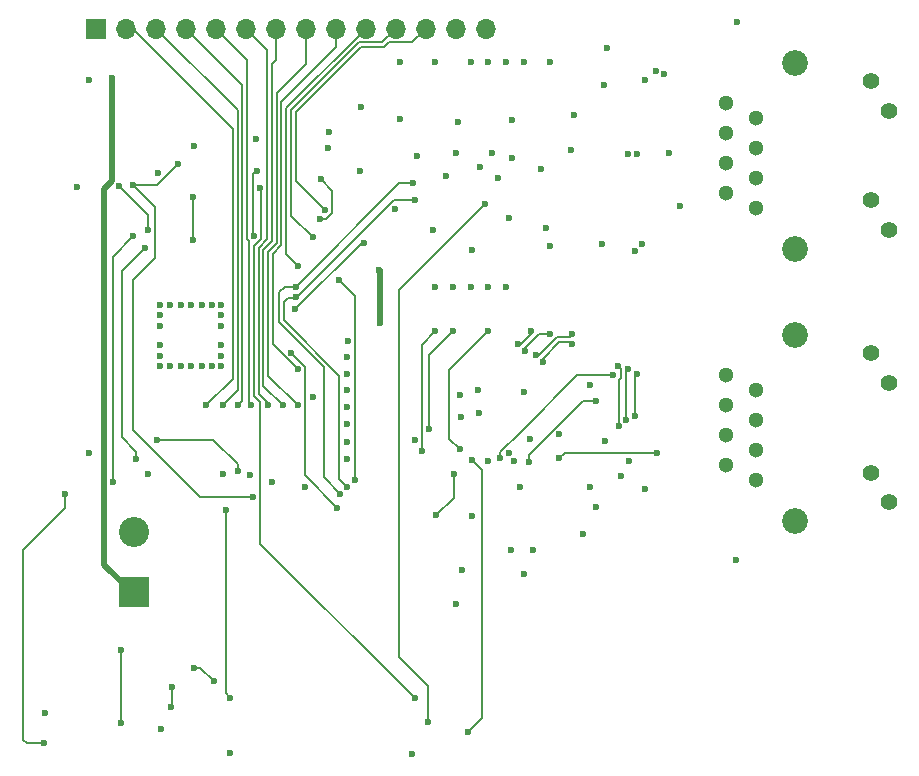
<source format=gbr>
%TF.GenerationSoftware,KiCad,Pcbnew,8.0.0*%
%TF.CreationDate,2024-03-19T13:56:09-04:00*%
%TF.ProjectId,Ethernet_Dev_Board,45746865-726e-4657-945f-4465765f426f,rev?*%
%TF.SameCoordinates,Original*%
%TF.FileFunction,Copper,L2,Inr*%
%TF.FilePolarity,Positive*%
%FSLAX46Y46*%
G04 Gerber Fmt 4.6, Leading zero omitted, Abs format (unit mm)*
G04 Created by KiCad (PCBNEW 8.0.0) date 2024-03-19 13:56:09*
%MOMM*%
%LPD*%
G01*
G04 APERTURE LIST*
%TA.AperFunction,ComponentPad*%
%ADD10R,1.700000X1.700000*%
%TD*%
%TA.AperFunction,ComponentPad*%
%ADD11O,1.700000X1.700000*%
%TD*%
%TA.AperFunction,ComponentPad*%
%ADD12R,2.550000X2.550000*%
%TD*%
%TA.AperFunction,ComponentPad*%
%ADD13C,2.550000*%
%TD*%
%TA.AperFunction,ComponentPad*%
%ADD14C,1.408000*%
%TD*%
%TA.AperFunction,ComponentPad*%
%ADD15C,1.300000*%
%TD*%
%TA.AperFunction,ComponentPad*%
%ADD16C,2.184000*%
%TD*%
%TA.AperFunction,ViaPad*%
%ADD17C,0.600000*%
%TD*%
%TA.AperFunction,Conductor*%
%ADD18C,0.508000*%
%TD*%
%TA.AperFunction,Conductor*%
%ADD19C,0.200000*%
%TD*%
G04 APERTURE END LIST*
D10*
%TO.N,+3.3V*%
%TO.C,J402*%
X84790000Y-47500000D03*
D11*
%TO.N,IO32*%
X87330000Y-47500000D03*
%TO.N,IO33*%
X89870000Y-47500000D03*
%TO.N,IO25*%
X92410000Y-47500000D03*
%TO.N,IO26*%
X94950000Y-47500000D03*
%TO.N,IO27*%
X97490000Y-47500000D03*
%TO.N,IO14*%
X100030000Y-47500000D03*
%TO.N,IO12*%
X102570000Y-47500000D03*
%TO.N,IO3*%
X105110000Y-47500000D03*
%TO.N,IO15*%
X107650000Y-47500000D03*
%TO.N,IO2*%
X110190000Y-47500000D03*
%TO.N,IO5*%
X112730000Y-47500000D03*
%TO.N,GND1*%
X115270000Y-47500000D03*
X117810000Y-47500000D03*
%TD*%
D12*
%TO.N,+5V*%
%TO.C,J101*%
X87970000Y-95210000D03*
D13*
%TO.N,GND1*%
X87970000Y-90130000D03*
%TD*%
D14*
%TO.N,unconnected-(J301-PadL1)*%
%TO.C,J301*%
X150412000Y-51924000D03*
%TO.N,unconnected-(J301-PadL2)*%
X151932000Y-54466000D03*
%TO.N,unconnected-(J301-PadL3)*%
X150412000Y-62036000D03*
%TO.N,unconnected-(J301-PadL4)*%
X151932000Y-64574000D03*
D15*
%TO.N,/W5100S_Dev/TX51_P*%
X140684000Y-62695000D03*
%TO.N,/W5100S_Dev/TX51_N*%
X138144000Y-61425000D03*
%TO.N,+3.3VA2*%
X140684000Y-60155000D03*
%TO.N,unconnected-(J301-PadR4)*%
X138144000Y-58885000D03*
%TO.N,unconnected-(J301-PadR5)*%
X140684000Y-57615000D03*
%TO.N,unconnected-(J301-PadR6)*%
X138144000Y-56345000D03*
%TO.N,/W5100S_Dev/RX51_P*%
X140684000Y-55075000D03*
%TO.N,/W5100S_Dev/RX51_N*%
X138144000Y-53805000D03*
D16*
%TO.N,Net-(C306-Pad1)*%
X143984000Y-66125000D03*
X143984000Y-50375000D03*
%TD*%
D14*
%TO.N,unconnected-(J201-PadL1)*%
%TO.C,J201*%
X150412000Y-74959000D03*
%TO.N,unconnected-(J201-PadL2)*%
X151932000Y-77501000D03*
%TO.N,unconnected-(J201-PadL3)*%
X150412000Y-85071000D03*
%TO.N,unconnected-(J201-PadL4)*%
X151932000Y-87609000D03*
D15*
%TO.N,/W5500_Dev/RD+*%
X140684000Y-85730000D03*
%TO.N,/W5500_Dev/RD-*%
X138144000Y-84460000D03*
%TO.N,Net-(J201-CT)*%
X140684000Y-83190000D03*
%TO.N,unconnected-(J201-PadR4)*%
X138144000Y-81920000D03*
%TO.N,unconnected-(J201-PadR5)*%
X140684000Y-80650000D03*
%TO.N,unconnected-(J201-PadR6)*%
X138144000Y-79380000D03*
%TO.N,TX_P*%
X140684000Y-78110000D03*
%TO.N,TX_N*%
X138144000Y-76840000D03*
D16*
%TO.N,Net-(C208-Pad1)*%
X143984000Y-89160000D03*
X143984000Y-73410000D03*
%TD*%
D17*
%TO.N,+5V*%
X86106000Y-51689000D03*
%TO.N,GND1*%
X122900000Y-64400000D03*
X125000000Y-57800000D03*
X127100000Y-88000000D03*
X116586000Y-88773000D03*
X83200000Y-60900000D03*
X139100000Y-46900000D03*
X90170000Y-71755000D03*
X104400000Y-57600000D03*
X106000000Y-81000000D03*
X118300000Y-58000000D03*
X103200000Y-78700000D03*
X95377000Y-70866000D03*
X113500000Y-69342000D03*
X95377000Y-74295000D03*
X115000000Y-69342000D03*
X90170000Y-72644000D03*
X134200000Y-62500000D03*
X115272663Y-58027337D03*
X115697000Y-80391000D03*
X127800000Y-52300000D03*
X120000000Y-58400000D03*
X90170000Y-76073000D03*
X95377000Y-75184000D03*
X106089000Y-73900000D03*
X96100000Y-108800000D03*
X106000000Y-79500000D03*
X90170000Y-74295000D03*
X110500000Y-50300000D03*
X106000000Y-76700000D03*
X123200000Y-50300000D03*
X116500000Y-69342000D03*
X93726000Y-70866000D03*
X106000000Y-83900000D03*
X102500000Y-86300000D03*
X107150000Y-59563000D03*
X139000000Y-92500000D03*
X94615000Y-76073000D03*
X127600000Y-65700000D03*
X94615000Y-70866000D03*
X84200000Y-51800000D03*
X121031000Y-78232000D03*
X119500000Y-50300000D03*
X131300000Y-51800000D03*
X80500000Y-105400000D03*
X116500000Y-50300000D03*
X121000000Y-93700000D03*
X95377000Y-71755000D03*
X99697600Y-85900000D03*
X91059000Y-76073000D03*
X107200000Y-54100000D03*
X95500000Y-85200000D03*
X119900000Y-91600000D03*
X117948878Y-84097486D03*
X93100000Y-57400000D03*
X106000000Y-82500000D03*
X132200000Y-51100000D03*
X115300000Y-96200000D03*
X113500000Y-50300000D03*
X84201000Y-83439000D03*
X93726000Y-76073000D03*
X118000000Y-50300000D03*
X90170000Y-75184000D03*
X91948000Y-70866000D03*
X119500000Y-69342000D03*
X127900000Y-82400000D03*
X106000000Y-78100000D03*
X91059000Y-70866000D03*
X95377000Y-72644000D03*
X118000000Y-69342000D03*
X92837000Y-76073000D03*
X106000000Y-75300000D03*
X92837000Y-70866000D03*
X111500000Y-108900000D03*
X133300000Y-58000000D03*
X116600000Y-66200000D03*
X97800000Y-85300000D03*
X121800000Y-91600000D03*
X112000000Y-58300000D03*
X132900000Y-51300000D03*
X125300000Y-54800000D03*
X128016000Y-49149000D03*
X91948000Y-76073000D03*
X90170000Y-70866000D03*
X89200000Y-85200000D03*
X115600000Y-78500000D03*
X117100000Y-78100000D03*
X95377000Y-76073000D03*
X115800000Y-93300000D03*
X121000000Y-50300000D03*
%TO.N,+3.3VA*%
X108800000Y-72400000D03*
X108750000Y-67900000D03*
X111760000Y-82296000D03*
X126600000Y-86300000D03*
%TO.N,+3.3VD*%
X117200000Y-80000000D03*
X126600000Y-77700000D03*
%TO.N,+3.3V*%
X118800000Y-60150000D03*
X110109000Y-62738000D03*
%TO.N,Net-(U201B-TOCAP)*%
X113000000Y-81400000D03*
X115000000Y-73100000D03*
%TO.N,Net-(U201B-1V20)*%
X113500000Y-73100000D03*
X112350000Y-83250000D03*
%TO.N,Net-(J201-CT)*%
X131300000Y-86500000D03*
%TO.N,+1.2VA*%
X117300000Y-59200000D03*
X110500000Y-55100000D03*
%TO.N,+1.2VD*%
X115443000Y-55372000D03*
X120015000Y-55245000D03*
%TO.N,IO0*%
X98679000Y-60960000D03*
X111760000Y-104140000D03*
%TO.N,RST*%
X91694000Y-58928000D03*
X98044000Y-87122000D03*
X87884000Y-60706000D03*
%TO.N,TX*%
X86741000Y-60833000D03*
X89154000Y-64516000D03*
%TO.N,Net-(U201C-ACTLED)*%
X116300000Y-107000000D03*
X90300000Y-106800000D03*
X116600000Y-84000000D03*
%TO.N,Net-(LED201-PadA)*%
X91186000Y-103251000D03*
X91167000Y-104883000D03*
%TO.N,Net-(Q201-G)*%
X113600000Y-88700000D03*
X126000000Y-90300000D03*
X115100000Y-85200000D03*
%TO.N,Net-(Q201-D)*%
X93091000Y-101600000D03*
X94742000Y-102743000D03*
%TO.N,Net-(U402-IO16)*%
X98425000Y-59563000D03*
X98171000Y-65029000D03*
%TO.N,Net-(U402-IO22)*%
X86233000Y-85852000D03*
X87950000Y-65050000D03*
%TO.N,Net-(U201B-RSVD)*%
X115600000Y-83100000D03*
X118000000Y-73100000D03*
%TO.N,Net-(R205-2)*%
X130429000Y-80264000D03*
X130600000Y-76700000D03*
%TO.N,Net-(R205-4)*%
X129032000Y-81153000D03*
X128950000Y-76050000D03*
%TO.N,Net-(R202-5)*%
X124000000Y-81850000D03*
X129900000Y-84100000D03*
%TO.N,Net-(R202-4)*%
X121500000Y-82200000D03*
X129200000Y-85400000D03*
%TO.N,Net-(R205-3)*%
X129667000Y-80645000D03*
X129800000Y-76300000D03*
%TO.N,INT*%
X121416841Y-84183159D03*
X127100000Y-79000000D03*
%TO.N,SS*%
X103800000Y-60200000D03*
X119000000Y-83800000D03*
X103759000Y-63627000D03*
X128600000Y-76800000D03*
X114427000Y-59944000D03*
X105354000Y-68800000D03*
X106700000Y-85700000D03*
%TO.N,Net-(U301-RSET_BG)*%
X123200000Y-65900000D03*
X122500000Y-59400000D03*
%TO.N,Net-(U301-ACTn)*%
X86886742Y-106313258D03*
X117750000Y-62300000D03*
X112900000Y-106200000D03*
X86900000Y-100100000D03*
%TO.N,SCK*%
X105458000Y-86850000D03*
X119756239Y-83434358D03*
X111633000Y-60579000D03*
X101727000Y-69342000D03*
%TO.N,MISO*%
X106018329Y-86279005D03*
X101750000Y-70231000D03*
X120200000Y-84100000D03*
X111760000Y-61976000D03*
%TO.N,MOSI*%
X101337765Y-74962235D03*
X113284000Y-64516000D03*
X101650000Y-71250000D03*
X105226391Y-88039713D03*
X107500000Y-65600000D03*
X120700000Y-86300000D03*
%TO.N,ETH_EN*%
X124024265Y-83875735D03*
X119761000Y-63500000D03*
X104546000Y-56200000D03*
X132300000Y-83400000D03*
%TO.N,ETH_RST*%
X90043000Y-59690000D03*
X98300000Y-56800000D03*
%TO.N,EN*%
X89916000Y-82296000D03*
X96774000Y-84963000D03*
%TO.N,IO14*%
X100584000Y-79375000D03*
%TO.N,IO12*%
X101854000Y-79375000D03*
%TO.N,IO32*%
X94107000Y-79375000D03*
%TO.N,IO33*%
X95504000Y-79375000D03*
%TO.N,IO5*%
X104196000Y-62865000D03*
%TO.N,IO2*%
X103124000Y-65151000D03*
%TO.N,IO26*%
X97925000Y-79375000D03*
%TO.N,IO3*%
X101854000Y-76327000D03*
%TO.N,IO25*%
X96774000Y-79375000D03*
%TO.N,IO27*%
X99314000Y-79375000D03*
%TO.N,Net-(U402-IO17)*%
X92964000Y-61722000D03*
X88900000Y-66040000D03*
X93000000Y-65400000D03*
X82199265Y-86849265D03*
X80400000Y-108000000D03*
X88200000Y-83900000D03*
%TO.N,IO15*%
X101854000Y-67564000D03*
%TO.N,RX_P*%
X120499479Y-74199479D03*
X121649479Y-73049479D03*
%TO.N,RX_N*%
X123191636Y-73341636D03*
X121100521Y-74800521D03*
%TO.N,TX_N*%
X125100000Y-74225000D03*
X122600521Y-75700521D03*
%TO.N,TX_P*%
X121999479Y-75099479D03*
X125100000Y-73375000D03*
%TO.N,/W5100S_Dev/TX51_N*%
X130399479Y-66300521D03*
%TO.N,/W5100S_Dev/TX51_P*%
X131000521Y-65699479D03*
%TO.N,/W5100S_Dev/RX51_N*%
X130625000Y-58074998D03*
%TO.N,/W5100S_Dev/RX51_P*%
X129823655Y-58104876D03*
%TO.N,/ESP32/ESP_RST*%
X96139000Y-104140000D03*
X95758000Y-88265000D03*
%TD*%
D18*
%TO.N,+5V*%
X87810000Y-95210000D02*
X85479000Y-92879000D01*
X86100000Y-60407682D02*
X86100000Y-51695000D01*
X85479000Y-61028682D02*
X86100000Y-60407682D01*
X85479000Y-92879000D02*
X85479000Y-61028682D01*
%TO.N,+3.3VA*%
X108750000Y-67900000D02*
X108800000Y-67950000D01*
X108800000Y-67950000D02*
X108800000Y-72400000D01*
D19*
%TO.N,Net-(U201B-TOCAP)*%
X113000000Y-75100000D02*
X115000000Y-73100000D01*
X113000000Y-81400000D02*
X113000000Y-75100000D01*
%TO.N,Net-(U201B-1V20)*%
X112360000Y-83240000D02*
X112360000Y-74240000D01*
X112360000Y-74240000D02*
X113500000Y-73100000D01*
X112350000Y-83250000D02*
X112360000Y-83240000D01*
%TO.N,IO0*%
X98714000Y-79126470D02*
X98714000Y-91094000D01*
X98150000Y-65898529D02*
X98150000Y-78562470D01*
X98150000Y-78562470D02*
X98714000Y-79126470D01*
X98714000Y-91094000D02*
X111760000Y-104140000D01*
X98771000Y-61052000D02*
X98771000Y-65277529D01*
X98771000Y-65277529D02*
X98150000Y-65898529D01*
%TO.N,RST*%
X93622000Y-87122000D02*
X98044000Y-87122000D01*
X89754000Y-66946000D02*
X87950000Y-68750000D01*
X89916000Y-60706000D02*
X87884000Y-60706000D01*
X89754000Y-62576000D02*
X89754000Y-66946000D01*
X87884000Y-60706000D02*
X89754000Y-62576000D01*
X87950000Y-81450000D02*
X93622000Y-87122000D01*
X91694000Y-58928000D02*
X89916000Y-60706000D01*
X87950000Y-68750000D02*
X87950000Y-81450000D01*
%TO.N,TX*%
X89154000Y-63246000D02*
X89154000Y-64516000D01*
X86741000Y-60833000D02*
X89154000Y-63246000D01*
%TO.N,Net-(U201C-ACTLED)*%
X117450000Y-84850000D02*
X117450000Y-105850000D01*
X117450000Y-105850000D02*
X116300000Y-107000000D01*
X116600000Y-84000000D02*
X117450000Y-84850000D01*
%TO.N,Net-(LED201-PadA)*%
X91186000Y-103251000D02*
X91186000Y-104864000D01*
%TO.N,Net-(Q201-G)*%
X115100000Y-85200000D02*
X115100000Y-87200000D01*
X115100000Y-87200000D02*
X113600000Y-88700000D01*
%TO.N,Net-(Q201-D)*%
X93091000Y-101600000D02*
X93599000Y-101600000D01*
X93599000Y-101600000D02*
X94742000Y-102743000D01*
%TO.N,Net-(U402-IO16)*%
X98079000Y-59821000D02*
X98337000Y-59563000D01*
X98079000Y-64937000D02*
X98079000Y-59821000D01*
%TO.N,Net-(U402-IO22)*%
X86200000Y-85819000D02*
X86200000Y-66800000D01*
X86200000Y-66800000D02*
X87950000Y-65050000D01*
%TO.N,Net-(U201B-RSVD)*%
X114700000Y-76400000D02*
X118000000Y-73100000D01*
X114700000Y-82200000D02*
X114700000Y-76400000D01*
X115600000Y-83100000D02*
X114700000Y-82200000D01*
%TO.N,Net-(R205-2)*%
X130429000Y-76871000D02*
X130600000Y-76700000D01*
X130429000Y-80264000D02*
X130429000Y-76871000D01*
%TO.N,Net-(R205-4)*%
X129032000Y-77216529D02*
X129032000Y-81153000D01*
X128950000Y-76050000D02*
X129200000Y-76300000D01*
X129200000Y-76300000D02*
X129200000Y-77048529D01*
X129200000Y-77048529D02*
X129032000Y-77216529D01*
%TO.N,Net-(R205-3)*%
X129667000Y-80645000D02*
X129667000Y-76433000D01*
X129667000Y-76433000D02*
X129800000Y-76300000D01*
%TO.N,INT*%
X121416841Y-83584630D02*
X126001471Y-79000000D01*
X121416841Y-84183159D02*
X121416841Y-83584630D01*
X126001471Y-79000000D02*
X127100000Y-79000000D01*
%TO.N,SS*%
X104282529Y-63627000D02*
X104796000Y-63113529D01*
X120750000Y-81600000D02*
X125500000Y-76850000D01*
X106700000Y-70146000D02*
X105354000Y-68800000D01*
X119000000Y-83800000D02*
X119000000Y-83342068D01*
X128550000Y-76850000D02*
X128600000Y-76800000D01*
X106700000Y-85700000D02*
X106700000Y-70146000D01*
X104796000Y-63113529D02*
X104796000Y-61196000D01*
X125500000Y-76850000D02*
X128550000Y-76850000D01*
X103759000Y-63627000D02*
X104282529Y-63627000D01*
X104796000Y-61196000D02*
X103800000Y-60200000D01*
X120742068Y-81600000D02*
X120750000Y-81600000D01*
X119000000Y-83342068D02*
X120742068Y-81600000D01*
%TO.N,Net-(U301-ACTn)*%
X86900000Y-106300000D02*
X86886742Y-106313258D01*
X86900000Y-100100000D02*
X86900000Y-106300000D01*
X110400000Y-100650000D02*
X112900000Y-103150000D01*
X110400000Y-69650000D02*
X110400000Y-100650000D01*
X112900000Y-103150000D02*
X112900000Y-106200000D01*
X117750000Y-62300000D02*
X110400000Y-69650000D01*
%TO.N,SCK*%
X105458000Y-86850000D02*
X104050000Y-85442000D01*
X100300000Y-69800000D02*
X100758000Y-69342000D01*
X104050000Y-85442000D02*
X104050000Y-76100000D01*
X100758000Y-69342000D02*
X101727000Y-69342000D01*
X100300000Y-72350000D02*
X100300000Y-69800000D01*
X110469000Y-60600000D02*
X111612000Y-60600000D01*
X104050000Y-76100000D02*
X100300000Y-72350000D01*
X101727000Y-69342000D02*
X110469000Y-60600000D01*
%TO.N,MISO*%
X105400000Y-85660676D02*
X105400000Y-76884314D01*
X101767471Y-70231000D02*
X109998471Y-62000000D01*
X100700000Y-70650000D02*
X101050000Y-70300000D01*
X101050000Y-70300000D02*
X101681000Y-70300000D01*
X100700000Y-72184314D02*
X100700000Y-70650000D01*
X105400000Y-76884314D02*
X100700000Y-72184314D01*
X109998471Y-62000000D02*
X111736000Y-62000000D01*
X106018329Y-86279005D02*
X105400000Y-85660676D01*
%TO.N,MOSI*%
X107550000Y-65600000D02*
X107500000Y-65600000D01*
X107300000Y-65600000D02*
X107550000Y-65600000D01*
X101650000Y-71250000D02*
X107300000Y-65600000D01*
X105226391Y-88039713D02*
X102500000Y-85313322D01*
X102500000Y-76124470D02*
X101337765Y-74962235D01*
X102500000Y-85313322D02*
X102500000Y-76124470D01*
%TO.N,ETH_EN*%
X124024265Y-83875735D02*
X124500000Y-83400000D01*
X124500000Y-83400000D02*
X132300000Y-83400000D01*
%TO.N,EN*%
X89916000Y-82296000D02*
X94696000Y-82296000D01*
X94696000Y-82296000D02*
X96774000Y-84374000D01*
X96774000Y-84374000D02*
X96774000Y-84963000D01*
%TO.N,IO14*%
X99679000Y-65500900D02*
X99679000Y-50521000D01*
X98950000Y-77741000D02*
X98950000Y-66229900D01*
X98950000Y-66229900D02*
X99679000Y-65500900D01*
X100030000Y-50170000D02*
X100030000Y-47500000D01*
X99679000Y-50521000D02*
X100030000Y-50170000D01*
X100584000Y-79375000D02*
X98950000Y-77741000D01*
%TO.N,IO12*%
X102570000Y-50130000D02*
X102570000Y-47500000D01*
X102550000Y-50450000D02*
X102550000Y-50150000D01*
X101854000Y-79375000D02*
X99350000Y-76871000D01*
X102550000Y-50150000D02*
X102570000Y-50130000D01*
X99350000Y-76871000D02*
X99350000Y-66395585D01*
X99350000Y-66395585D02*
X100079000Y-65666585D01*
X100079000Y-52921000D02*
X102550000Y-50450000D01*
X100079000Y-65666585D02*
X100079000Y-52921000D01*
%TO.N,IO32*%
X87330000Y-47500000D02*
X87900000Y-47500000D01*
X87900000Y-47500000D02*
X96371000Y-55971000D01*
X96371000Y-55971000D02*
X96371000Y-77111000D01*
X96371000Y-77111000D02*
X94107000Y-79375000D01*
%TO.N,IO33*%
X96771000Y-78108000D02*
X96771000Y-54371000D01*
X95504000Y-79375000D02*
X96771000Y-78108000D01*
X96771000Y-54371000D02*
X89900000Y-47500000D01*
%TO.N,IO5*%
X109605686Y-48650000D02*
X111580000Y-48650000D01*
X111580000Y-48650000D02*
X112730000Y-47500000D01*
X109205686Y-49050000D02*
X109605686Y-48650000D01*
X104196000Y-62865000D02*
X101700000Y-60369000D01*
X101700000Y-54581372D02*
X107231372Y-49050000D01*
X107231372Y-49050000D02*
X109205686Y-49050000D01*
X101700000Y-60369000D02*
X101700000Y-54581372D01*
%TO.N,IO2*%
X107065686Y-48650000D02*
X109040000Y-48650000D01*
X101300000Y-54415686D02*
X107065686Y-48650000D01*
X101300000Y-63327000D02*
X101300000Y-54415686D01*
X109040000Y-48650000D02*
X110190000Y-47500000D01*
X103124000Y-65151000D02*
X101300000Y-63327000D01*
%TO.N,IO26*%
X97750000Y-79200000D02*
X97750000Y-65456529D01*
X97571000Y-50121000D02*
X94950000Y-47500000D01*
X97925000Y-79375000D02*
X97750000Y-79200000D01*
X97750000Y-65456529D02*
X97571000Y-65277529D01*
X97571000Y-65277529D02*
X97571000Y-50121000D01*
%TO.N,IO3*%
X105110000Y-49040000D02*
X105110000Y-47500000D01*
X100479000Y-53671000D02*
X105110000Y-49040000D01*
X100479000Y-65832270D02*
X100479000Y-53671000D01*
X99750000Y-66561270D02*
X100479000Y-65832270D01*
X99750000Y-74223000D02*
X99750000Y-66561270D01*
X101854000Y-76327000D02*
X99750000Y-74223000D01*
%TO.N,IO25*%
X97171000Y-52271000D02*
X97171000Y-78978000D01*
X97171000Y-78978000D02*
X96774000Y-79375000D01*
X92410000Y-47510000D02*
X97171000Y-52271000D01*
%TO.N,IO27*%
X99314000Y-79160785D02*
X98550000Y-78396785D01*
X98550000Y-78396785D02*
X98550000Y-66064215D01*
X99279000Y-65335215D02*
X99279000Y-49289000D01*
X99279000Y-49289000D02*
X97490000Y-47500000D01*
X98550000Y-66064215D02*
X99279000Y-65335215D01*
%TO.N,Net-(U402-IO17)*%
X82199265Y-88050735D02*
X78613000Y-91637000D01*
X82199265Y-86849265D02*
X82199265Y-88050735D01*
X78613000Y-91637000D02*
X78613000Y-107696000D01*
X88200000Y-83300000D02*
X87000000Y-82100000D01*
X87000000Y-82100000D02*
X87000000Y-68000000D01*
X78917000Y-108000000D02*
X78613000Y-107696000D01*
X87000000Y-68000000D02*
X88900000Y-66100000D01*
X93000000Y-65400000D02*
X93000000Y-61758000D01*
X88200000Y-83900000D02*
X88200000Y-83300000D01*
X80400000Y-108000000D02*
X78917000Y-108000000D01*
%TO.N,IO15*%
X101854000Y-67564000D02*
X100900000Y-66610000D01*
X100900000Y-66610000D02*
X100900000Y-54250000D01*
X100900000Y-54250000D02*
X107650000Y-47500000D01*
%TO.N,RX_P*%
X121649479Y-73332322D02*
X121649479Y-73049479D01*
X120782322Y-74199479D02*
X121649479Y-73332322D01*
X120499479Y-74199479D02*
X120782322Y-74199479D01*
%TO.N,RX_N*%
X122276563Y-73341636D02*
X121100521Y-74517678D01*
X121100521Y-74517678D02*
X121100521Y-74800521D01*
X123191636Y-73341636D02*
X122276563Y-73341636D01*
%TO.N,TX_N*%
X122600521Y-75700521D02*
X122600521Y-75417678D01*
X123993198Y-74025001D02*
X124900001Y-74025001D01*
X122600521Y-75417678D02*
X123993198Y-74025001D01*
X124900001Y-74025001D02*
X125100000Y-74225000D01*
%TO.N,TX_P*%
X124900001Y-73574999D02*
X125100000Y-73375000D01*
X123806802Y-73574999D02*
X124900001Y-73574999D01*
X121999479Y-75099479D02*
X122282322Y-75099479D01*
X122282322Y-75099479D02*
X123806802Y-73574999D01*
%TO.N,/ESP32/ESP_RST*%
X95758000Y-88265000D02*
X95758000Y-103759000D01*
X95758000Y-103759000D02*
X96139000Y-104140000D01*
%TD*%
M02*

</source>
